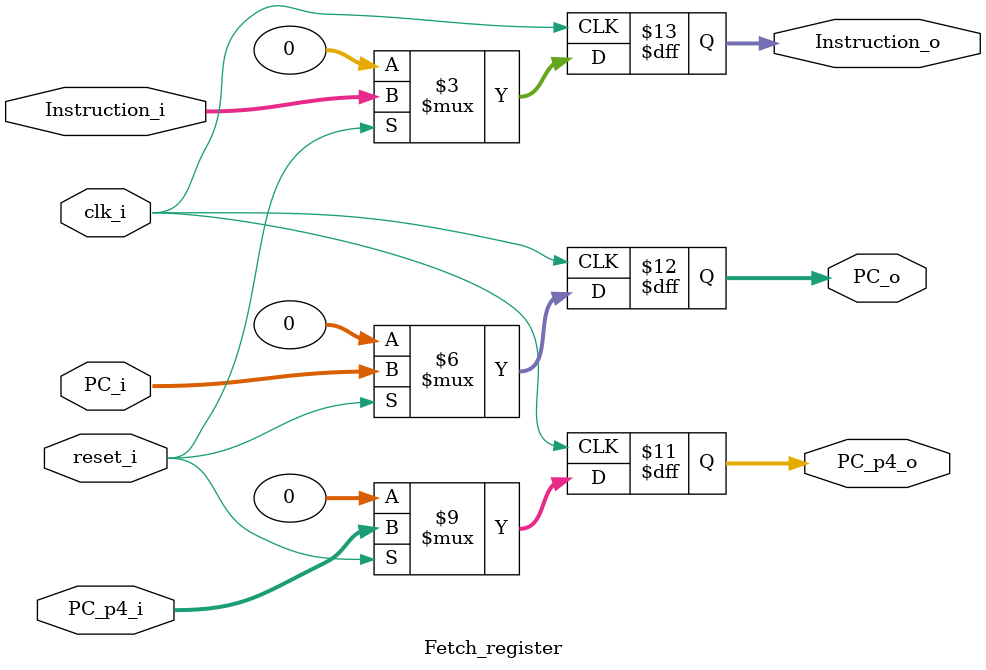
<source format=v>
module Fetch_register(
	input clk_i,
	input reset_i,
	input [31:0]PC_p4_i,
	input [31:0]PC_i,
	input [31:0]Instruction_i,
	output reg [31:0]PC_p4_o,
	output reg [31:0]PC_o,
	output reg [31:0]Instruction_o
);

/*reg [31:0]PC_p4_r;
reg [31:0]PC_r;
reg [31:0]Instruction_r;*/

always@(posedge clk_i)
	begin
		if(reset_i)
			begin
				PC_p4_o = PC_p4_i;
				PC_o = PC_i;
				Instruction_o = Instruction_i;
			end
		else
			begin
				PC_p4_o = 0;
				PC_o = 0;
				Instruction_o = 0;
			end
		/*if(clk_i)
			begin
				PC_p4_o = PC_p4_r;
				PC_o = PC_r;
				Instruction_o = Instruction_r;
				
				PC_p4_r = PC_p4_r;
				PC_r = PC_r;
				Instruction_r = Instruction_r;
			end
		else
			begin
				PC_p4_o = PC_p4_o;
				PC_o = PC_o;
				Instruction_o = Instruction_o;
				
				PC_p4_r = PC_p4_i;
				PC_r = PC_i;
				Instruction_r = Instruction_i;
			end*/
	end
endmodule
</source>
